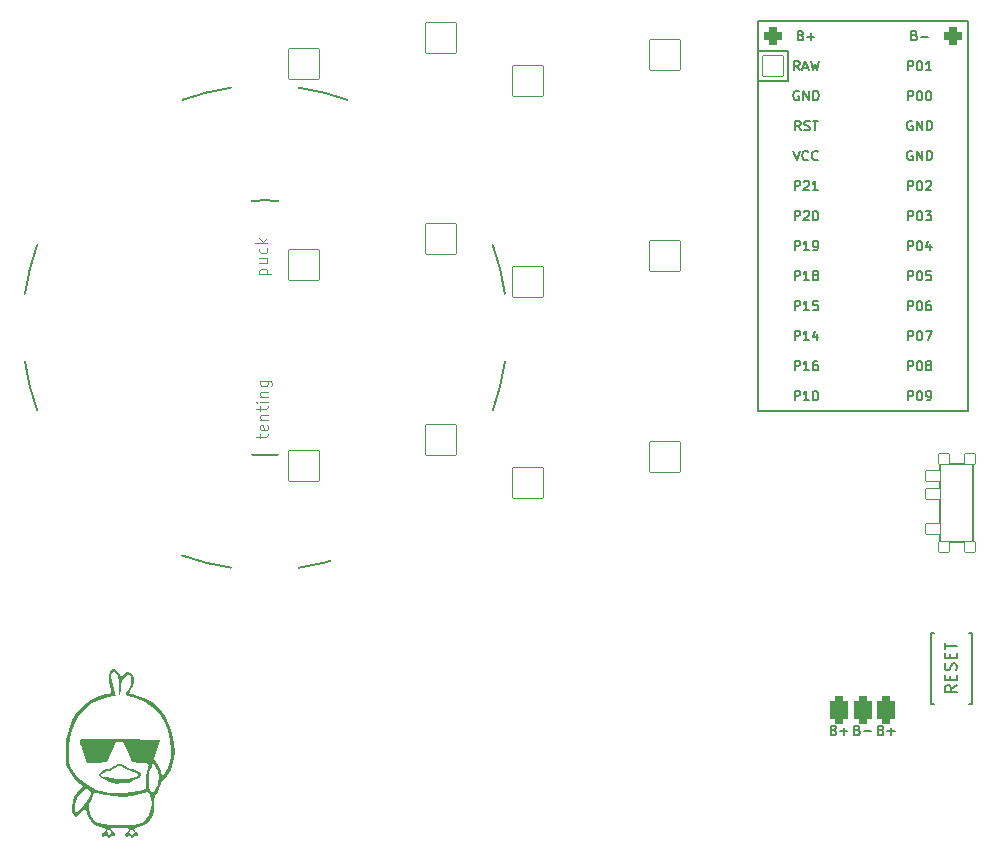
<source format=gto>
%TF.GenerationSoftware,KiCad,Pcbnew,(6.0.4-0)*%
%TF.CreationDate,2022-04-27T15:29:03+02:00*%
%TF.ProjectId,duck-shorter-thumb,6475636b-2d73-4686-9f72-7465722d7468,v1.0.0*%
%TF.SameCoordinates,Original*%
%TF.FileFunction,Legend,Top*%
%TF.FilePolarity,Positive*%
%FSLAX46Y46*%
G04 Gerber Fmt 4.6, Leading zero omitted, Abs format (unit mm)*
G04 Created by KiCad (PCBNEW (6.0.4-0)) date 2022-04-27 15:29:03*
%MOMM*%
%LPD*%
G01*
G04 APERTURE LIST*
G04 Aperture macros list*
%AMRoundRect*
0 Rectangle with rounded corners*
0 $1 Rounding radius*
0 $2 $3 $4 $5 $6 $7 $8 $9 X,Y pos of 4 corners*
0 Add a 4 corners polygon primitive as box body*
4,1,4,$2,$3,$4,$5,$6,$7,$8,$9,$2,$3,0*
0 Add four circle primitives for the rounded corners*
1,1,$1+$1,$2,$3*
1,1,$1+$1,$4,$5*
1,1,$1+$1,$6,$7*
1,1,$1+$1,$8,$9*
0 Add four rect primitives between the rounded corners*
20,1,$1+$1,$2,$3,$4,$5,0*
20,1,$1+$1,$4,$5,$6,$7,0*
20,1,$1+$1,$6,$7,$8,$9,0*
20,1,$1+$1,$8,$9,$2,$3,0*%
G04 Aperture macros list end*
%ADD10C,0.150000*%
%ADD11C,0.100000*%
%ADD12C,0.200000*%
%ADD13RoundRect,0.375000X-0.375000X-0.750000X0.375000X-0.750000X0.375000X0.750000X-0.375000X0.750000X0*%
%ADD14C,2.000000*%
%ADD15R,1.752600X1.752600*%
%ADD16C,1.752600*%
%ADD17RoundRect,0.375000X-0.375000X-0.375000X0.375000X-0.375000X0.375000X0.375000X-0.375000X0.375000X0*%
%ADD18RoundRect,0.050000X-0.450000X0.450000X-0.450000X-0.450000X0.450000X-0.450000X0.450000X0.450000X0*%
%ADD19RoundRect,0.050000X-0.625000X0.450000X-0.625000X-0.450000X0.625000X-0.450000X0.625000X0.450000X0*%
%ADD20RoundRect,0.425000X-0.375000X-0.750000X0.375000X-0.750000X0.375000X0.750000X-0.375000X0.750000X0*%
%ADD21C,2.100000*%
%ADD22C,3.100000*%
%ADD23C,1.801800*%
%ADD24C,3.529000*%
%ADD25RoundRect,0.050000X-1.054507X-1.505993X1.505993X-1.054507X1.054507X1.505993X-1.505993X1.054507X0*%
%ADD26C,2.132000*%
%ADD27RoundRect,0.050000X-1.181751X-1.408356X1.408356X-1.181751X1.181751X1.408356X-1.408356X1.181751X0*%
%ADD28RoundRect,0.050000X-1.300000X-1.300000X1.300000X-1.300000X1.300000X1.300000X-1.300000X1.300000X0*%
%ADD29RoundRect,0.050000X-1.775833X-0.475833X0.475833X-1.775833X1.775833X0.475833X-0.475833X1.775833X0*%
%ADD30C,1.100000*%
%ADD31RoundRect,0.050000X-0.863113X-1.623279X1.623279X-0.863113X0.863113X1.623279X-1.623279X0.863113X0*%
%ADD32RoundRect,0.050000X-1.592168X-0.919239X0.919239X-1.592168X1.592168X0.919239X-0.919239X1.592168X0*%
%ADD33RoundRect,0.050000X-0.876300X0.876300X-0.876300X-0.876300X0.876300X-0.876300X0.876300X0.876300X0*%
%ADD34C,1.852600*%
%ADD35RoundRect,0.425000X-0.375000X-0.375000X0.375000X-0.375000X0.375000X0.375000X-0.375000X0.375000X0*%
%ADD36C,4.500000*%
G04 APERTURE END LIST*
D10*
%TO.C,PAD1*%
X153972991Y54073625D02*
X154087277Y54035530D01*
X154125372Y53997435D01*
X154163467Y53921244D01*
X154163467Y53806959D01*
X154125372Y53730768D01*
X154087277Y53692673D01*
X154011087Y53654578D01*
X153706325Y53654578D01*
X153706325Y54454578D01*
X153972991Y54454578D01*
X154049182Y54416483D01*
X154087277Y54378387D01*
X154125372Y54302197D01*
X154125372Y54226006D01*
X154087277Y54149816D01*
X154049182Y54111721D01*
X153972991Y54073625D01*
X153706325Y54073625D01*
X154506325Y53959340D02*
X155115848Y53959340D01*
X151972991Y54073625D02*
X152087277Y54035530D01*
X152125372Y53997435D01*
X152163467Y53921244D01*
X152163467Y53806959D01*
X152125372Y53730768D01*
X152087277Y53692673D01*
X152011087Y53654578D01*
X151706325Y53654578D01*
X151706325Y54454578D01*
X151972991Y54454578D01*
X152049182Y54416483D01*
X152087277Y54378387D01*
X152125372Y54302197D01*
X152125372Y54226006D01*
X152087277Y54149816D01*
X152049182Y54111721D01*
X151972991Y54073625D01*
X151706325Y54073625D01*
X152506325Y53959340D02*
X153115848Y53959340D01*
X152811087Y53654578D02*
X152811087Y54264102D01*
X155972991Y54073625D02*
X156087277Y54035530D01*
X156125372Y53997435D01*
X156163467Y53921244D01*
X156163467Y53806959D01*
X156125372Y53730768D01*
X156087277Y53692673D01*
X156011087Y53654578D01*
X155706325Y53654578D01*
X155706325Y54454578D01*
X155972991Y54454578D01*
X156049182Y54416483D01*
X156087277Y54378387D01*
X156125372Y54302197D01*
X156125372Y54226006D01*
X156087277Y54149816D01*
X156049182Y54111721D01*
X155972991Y54073625D01*
X155706325Y54073625D01*
X156506325Y53959340D02*
X157115848Y53959340D01*
X156811087Y53654578D02*
X156811087Y54264102D01*
%TO.C,B1*%
X162363467Y57864102D02*
X161887277Y57530768D01*
X162363467Y57292673D02*
X161363467Y57292673D01*
X161363467Y57673625D01*
X161411087Y57768863D01*
X161458706Y57816483D01*
X161553944Y57864102D01*
X161696801Y57864102D01*
X161792039Y57816483D01*
X161839658Y57768863D01*
X161887277Y57673625D01*
X161887277Y57292673D01*
X161839658Y58292673D02*
X161839658Y58626006D01*
X162363467Y58768863D02*
X162363467Y58292673D01*
X161363467Y58292673D01*
X161363467Y58768863D01*
X162315848Y59149816D02*
X162363467Y59292673D01*
X162363467Y59530768D01*
X162315848Y59626006D01*
X162268229Y59673625D01*
X162172991Y59721244D01*
X162077753Y59721244D01*
X161982515Y59673625D01*
X161934896Y59626006D01*
X161887277Y59530768D01*
X161839658Y59340292D01*
X161792039Y59245054D01*
X161744420Y59197435D01*
X161649182Y59149816D01*
X161553944Y59149816D01*
X161458706Y59197435D01*
X161411087Y59245054D01*
X161363467Y59340292D01*
X161363467Y59578387D01*
X161411087Y59721244D01*
X161839658Y60149816D02*
X161839658Y60483149D01*
X162363467Y60626006D02*
X162363467Y60149816D01*
X161363467Y60149816D01*
X161363467Y60626006D01*
X161363467Y60911721D02*
X161363467Y61483149D01*
X162363467Y61197435D02*
X161363467Y61197435D01*
%TO.C,MCU1*%
X158239658Y84524578D02*
X158239658Y85324578D01*
X158544420Y85324578D01*
X158620610Y85286483D01*
X158658706Y85248387D01*
X158696801Y85172197D01*
X158696801Y85057911D01*
X158658706Y84981721D01*
X158620610Y84943625D01*
X158544420Y84905530D01*
X158239658Y84905530D01*
X159192039Y85324578D02*
X159268229Y85324578D01*
X159344420Y85286483D01*
X159382515Y85248387D01*
X159420610Y85172197D01*
X159458706Y85019816D01*
X159458706Y84829340D01*
X159420610Y84676959D01*
X159382515Y84600768D01*
X159344420Y84562673D01*
X159268229Y84524578D01*
X159192039Y84524578D01*
X159115848Y84562673D01*
X159077753Y84600768D01*
X159039658Y84676959D01*
X159001563Y84829340D01*
X159001563Y85019816D01*
X159039658Y85172197D01*
X159077753Y85248387D01*
X159115848Y85286483D01*
X159192039Y85324578D01*
X159915848Y84981721D02*
X159839658Y85019816D01*
X159801563Y85057911D01*
X159763467Y85134102D01*
X159763467Y85172197D01*
X159801563Y85248387D01*
X159839658Y85286483D01*
X159915848Y85324578D01*
X160068229Y85324578D01*
X160144420Y85286483D01*
X160182515Y85248387D01*
X160220610Y85172197D01*
X160220610Y85134102D01*
X160182515Y85057911D01*
X160144420Y85019816D01*
X160068229Y84981721D01*
X159915848Y84981721D01*
X159839658Y84943625D01*
X159801563Y84905530D01*
X159763467Y84829340D01*
X159763467Y84676959D01*
X159801563Y84600768D01*
X159839658Y84562673D01*
X159915848Y84524578D01*
X160068229Y84524578D01*
X160144420Y84562673D01*
X160182515Y84600768D01*
X160220610Y84676959D01*
X160220610Y84829340D01*
X160182515Y84905530D01*
X160144420Y84943625D01*
X160068229Y84981721D01*
X158239658Y109924578D02*
X158239658Y110724578D01*
X158544420Y110724578D01*
X158620610Y110686483D01*
X158658706Y110648387D01*
X158696801Y110572197D01*
X158696801Y110457911D01*
X158658706Y110381721D01*
X158620610Y110343625D01*
X158544420Y110305530D01*
X158239658Y110305530D01*
X159192039Y110724578D02*
X159268229Y110724578D01*
X159344420Y110686483D01*
X159382515Y110648387D01*
X159420610Y110572197D01*
X159458706Y110419816D01*
X159458706Y110229340D01*
X159420610Y110076959D01*
X159382515Y110000768D01*
X159344420Y109962673D01*
X159268229Y109924578D01*
X159192039Y109924578D01*
X159115848Y109962673D01*
X159077753Y110000768D01*
X159039658Y110076959D01*
X159001563Y110229340D01*
X159001563Y110419816D01*
X159039658Y110572197D01*
X159077753Y110648387D01*
X159115848Y110686483D01*
X159192039Y110724578D01*
X160220610Y109924578D02*
X159763467Y109924578D01*
X159992039Y109924578D02*
X159992039Y110724578D01*
X159915848Y110610292D01*
X159839658Y110534102D01*
X159763467Y110496006D01*
X148639658Y99764578D02*
X148639658Y100564578D01*
X148944420Y100564578D01*
X149020610Y100526483D01*
X149058706Y100488387D01*
X149096801Y100412197D01*
X149096801Y100297911D01*
X149058706Y100221721D01*
X149020610Y100183625D01*
X148944420Y100145530D01*
X148639658Y100145530D01*
X149401563Y100488387D02*
X149439658Y100526483D01*
X149515848Y100564578D01*
X149706325Y100564578D01*
X149782515Y100526483D01*
X149820610Y100488387D01*
X149858706Y100412197D01*
X149858706Y100336006D01*
X149820610Y100221721D01*
X149363467Y99764578D01*
X149858706Y99764578D01*
X150620610Y99764578D02*
X150163467Y99764578D01*
X150392039Y99764578D02*
X150392039Y100564578D01*
X150315848Y100450292D01*
X150239658Y100374102D01*
X150163467Y100336006D01*
X148639658Y87064578D02*
X148639658Y87864578D01*
X148944420Y87864578D01*
X149020610Y87826483D01*
X149058706Y87788387D01*
X149096801Y87712197D01*
X149096801Y87597911D01*
X149058706Y87521721D01*
X149020610Y87483625D01*
X148944420Y87445530D01*
X148639658Y87445530D01*
X149858706Y87064578D02*
X149401563Y87064578D01*
X149630134Y87064578D02*
X149630134Y87864578D01*
X149553944Y87750292D01*
X149477753Y87674102D01*
X149401563Y87636006D01*
X150544420Y87597911D02*
X150544420Y87064578D01*
X150353944Y87902673D02*
X150163467Y87331244D01*
X150658706Y87331244D01*
X149172991Y112883625D02*
X149287277Y112845530D01*
X149325372Y112807435D01*
X149363467Y112731244D01*
X149363467Y112616959D01*
X149325372Y112540768D01*
X149287277Y112502673D01*
X149211087Y112464578D01*
X148906325Y112464578D01*
X148906325Y113264578D01*
X149172991Y113264578D01*
X149249182Y113226483D01*
X149287277Y113188387D01*
X149325372Y113112197D01*
X149325372Y113036006D01*
X149287277Y112959816D01*
X149249182Y112921721D01*
X149172991Y112883625D01*
X148906325Y112883625D01*
X149706325Y112769340D02*
X150315848Y112769340D01*
X150011087Y112464578D02*
X150011087Y113074102D01*
X148639658Y97224578D02*
X148639658Y98024578D01*
X148944420Y98024578D01*
X149020610Y97986483D01*
X149058706Y97948387D01*
X149096801Y97872197D01*
X149096801Y97757911D01*
X149058706Y97681721D01*
X149020610Y97643625D01*
X148944420Y97605530D01*
X148639658Y97605530D01*
X149401563Y97948387D02*
X149439658Y97986483D01*
X149515848Y98024578D01*
X149706325Y98024578D01*
X149782515Y97986483D01*
X149820610Y97948387D01*
X149858706Y97872197D01*
X149858706Y97796006D01*
X149820610Y97681721D01*
X149363467Y97224578D01*
X149858706Y97224578D01*
X150353944Y98024578D02*
X150430134Y98024578D01*
X150506325Y97986483D01*
X150544420Y97948387D01*
X150582515Y97872197D01*
X150620610Y97719816D01*
X150620610Y97529340D01*
X150582515Y97376959D01*
X150544420Y97300768D01*
X150506325Y97262673D01*
X150430134Y97224578D01*
X150353944Y97224578D01*
X150277753Y97262673D01*
X150239658Y97300768D01*
X150201563Y97376959D01*
X150163467Y97529340D01*
X150163467Y97719816D01*
X150201563Y97872197D01*
X150239658Y97948387D01*
X150277753Y97986483D01*
X150353944Y98024578D01*
X158239658Y81984578D02*
X158239658Y82784578D01*
X158544420Y82784578D01*
X158620610Y82746483D01*
X158658706Y82708387D01*
X158696801Y82632197D01*
X158696801Y82517911D01*
X158658706Y82441721D01*
X158620610Y82403625D01*
X158544420Y82365530D01*
X158239658Y82365530D01*
X159192039Y82784578D02*
X159268229Y82784578D01*
X159344420Y82746483D01*
X159382515Y82708387D01*
X159420610Y82632197D01*
X159458706Y82479816D01*
X159458706Y82289340D01*
X159420610Y82136959D01*
X159382515Y82060768D01*
X159344420Y82022673D01*
X159268229Y81984578D01*
X159192039Y81984578D01*
X159115848Y82022673D01*
X159077753Y82060768D01*
X159039658Y82136959D01*
X159001563Y82289340D01*
X159001563Y82479816D01*
X159039658Y82632197D01*
X159077753Y82708387D01*
X159115848Y82746483D01*
X159192039Y82784578D01*
X159839658Y81984578D02*
X159992039Y81984578D01*
X160068229Y82022673D01*
X160106325Y82060768D01*
X160182515Y82175054D01*
X160220610Y82327435D01*
X160220610Y82632197D01*
X160182515Y82708387D01*
X160144420Y82746483D01*
X160068229Y82784578D01*
X159915848Y82784578D01*
X159839658Y82746483D01*
X159801563Y82708387D01*
X159763467Y82632197D01*
X159763467Y82441721D01*
X159801563Y82365530D01*
X159839658Y82327435D01*
X159915848Y82289340D01*
X160068229Y82289340D01*
X160144420Y82327435D01*
X160182515Y82365530D01*
X160220610Y82441721D01*
X148639658Y84524578D02*
X148639658Y85324578D01*
X148944420Y85324578D01*
X149020610Y85286483D01*
X149058706Y85248387D01*
X149096801Y85172197D01*
X149096801Y85057911D01*
X149058706Y84981721D01*
X149020610Y84943625D01*
X148944420Y84905530D01*
X148639658Y84905530D01*
X149858706Y84524578D02*
X149401563Y84524578D01*
X149630134Y84524578D02*
X149630134Y85324578D01*
X149553944Y85210292D01*
X149477753Y85134102D01*
X149401563Y85096006D01*
X150544420Y85324578D02*
X150392039Y85324578D01*
X150315848Y85286483D01*
X150277753Y85248387D01*
X150201563Y85134102D01*
X150163467Y84981721D01*
X150163467Y84676959D01*
X150201563Y84600768D01*
X150239658Y84562673D01*
X150315848Y84524578D01*
X150468229Y84524578D01*
X150544420Y84562673D01*
X150582515Y84600768D01*
X150620610Y84676959D01*
X150620610Y84867435D01*
X150582515Y84943625D01*
X150544420Y84981721D01*
X150468229Y85019816D01*
X150315848Y85019816D01*
X150239658Y84981721D01*
X150201563Y84943625D01*
X150163467Y84867435D01*
X149172991Y104844578D02*
X148906325Y105225530D01*
X148715848Y104844578D02*
X148715848Y105644578D01*
X149020610Y105644578D01*
X149096801Y105606483D01*
X149134896Y105568387D01*
X149172991Y105492197D01*
X149172991Y105377911D01*
X149134896Y105301721D01*
X149096801Y105263625D01*
X149020610Y105225530D01*
X148715848Y105225530D01*
X149477753Y104882673D02*
X149592039Y104844578D01*
X149782515Y104844578D01*
X149858706Y104882673D01*
X149896801Y104920768D01*
X149934896Y104996959D01*
X149934896Y105073149D01*
X149896801Y105149340D01*
X149858706Y105187435D01*
X149782515Y105225530D01*
X149630134Y105263625D01*
X149553944Y105301721D01*
X149515848Y105339816D01*
X149477753Y105416006D01*
X149477753Y105492197D01*
X149515848Y105568387D01*
X149553944Y105606483D01*
X149630134Y105644578D01*
X149820610Y105644578D01*
X149934896Y105606483D01*
X150163467Y105644578D02*
X150620610Y105644578D01*
X150392039Y104844578D02*
X150392039Y105644578D01*
X158239658Y99764578D02*
X158239658Y100564578D01*
X158544420Y100564578D01*
X158620610Y100526483D01*
X158658706Y100488387D01*
X158696801Y100412197D01*
X158696801Y100297911D01*
X158658706Y100221721D01*
X158620610Y100183625D01*
X158544420Y100145530D01*
X158239658Y100145530D01*
X159192039Y100564578D02*
X159268229Y100564578D01*
X159344420Y100526483D01*
X159382515Y100488387D01*
X159420610Y100412197D01*
X159458706Y100259816D01*
X159458706Y100069340D01*
X159420610Y99916959D01*
X159382515Y99840768D01*
X159344420Y99802673D01*
X159268229Y99764578D01*
X159192039Y99764578D01*
X159115848Y99802673D01*
X159077753Y99840768D01*
X159039658Y99916959D01*
X159001563Y100069340D01*
X159001563Y100259816D01*
X159039658Y100412197D01*
X159077753Y100488387D01*
X159115848Y100526483D01*
X159192039Y100564578D01*
X159763467Y100488387D02*
X159801563Y100526483D01*
X159877753Y100564578D01*
X160068229Y100564578D01*
X160144420Y100526483D01*
X160182515Y100488387D01*
X160220610Y100412197D01*
X160220610Y100336006D01*
X160182515Y100221721D01*
X159725372Y99764578D01*
X160220610Y99764578D01*
X148639658Y92144578D02*
X148639658Y92944578D01*
X148944420Y92944578D01*
X149020610Y92906483D01*
X149058706Y92868387D01*
X149096801Y92792197D01*
X149096801Y92677911D01*
X149058706Y92601721D01*
X149020610Y92563625D01*
X148944420Y92525530D01*
X148639658Y92525530D01*
X149858706Y92144578D02*
X149401563Y92144578D01*
X149630134Y92144578D02*
X149630134Y92944578D01*
X149553944Y92830292D01*
X149477753Y92754102D01*
X149401563Y92716006D01*
X150315848Y92601721D02*
X150239658Y92639816D01*
X150201563Y92677911D01*
X150163467Y92754102D01*
X150163467Y92792197D01*
X150201563Y92868387D01*
X150239658Y92906483D01*
X150315848Y92944578D01*
X150468229Y92944578D01*
X150544420Y92906483D01*
X150582515Y92868387D01*
X150620610Y92792197D01*
X150620610Y92754102D01*
X150582515Y92677911D01*
X150544420Y92639816D01*
X150468229Y92601721D01*
X150315848Y92601721D01*
X150239658Y92563625D01*
X150201563Y92525530D01*
X150163467Y92449340D01*
X150163467Y92296959D01*
X150201563Y92220768D01*
X150239658Y92182673D01*
X150315848Y92144578D01*
X150468229Y92144578D01*
X150544420Y92182673D01*
X150582515Y92220768D01*
X150620610Y92296959D01*
X150620610Y92449340D01*
X150582515Y92525530D01*
X150544420Y92563625D01*
X150468229Y92601721D01*
X148639658Y81984578D02*
X148639658Y82784578D01*
X148944420Y82784578D01*
X149020610Y82746483D01*
X149058706Y82708387D01*
X149096801Y82632197D01*
X149096801Y82517911D01*
X149058706Y82441721D01*
X149020610Y82403625D01*
X148944420Y82365530D01*
X148639658Y82365530D01*
X149858706Y81984578D02*
X149401563Y81984578D01*
X149630134Y81984578D02*
X149630134Y82784578D01*
X149553944Y82670292D01*
X149477753Y82594102D01*
X149401563Y82556006D01*
X150353944Y82784578D02*
X150430134Y82784578D01*
X150506325Y82746483D01*
X150544420Y82708387D01*
X150582515Y82632197D01*
X150620610Y82479816D01*
X150620610Y82289340D01*
X150582515Y82136959D01*
X150544420Y82060768D01*
X150506325Y82022673D01*
X150430134Y81984578D01*
X150353944Y81984578D01*
X150277753Y82022673D01*
X150239658Y82060768D01*
X150201563Y82136959D01*
X150163467Y82289340D01*
X150163467Y82479816D01*
X150201563Y82632197D01*
X150239658Y82708387D01*
X150277753Y82746483D01*
X150353944Y82784578D01*
X158601563Y103066483D02*
X158525372Y103104578D01*
X158411087Y103104578D01*
X158296801Y103066483D01*
X158220610Y102990292D01*
X158182515Y102914102D01*
X158144420Y102761721D01*
X158144420Y102647435D01*
X158182515Y102495054D01*
X158220610Y102418863D01*
X158296801Y102342673D01*
X158411087Y102304578D01*
X158487277Y102304578D01*
X158601563Y102342673D01*
X158639658Y102380768D01*
X158639658Y102647435D01*
X158487277Y102647435D01*
X158982515Y102304578D02*
X158982515Y103104578D01*
X159439658Y102304578D01*
X159439658Y103104578D01*
X159820610Y102304578D02*
X159820610Y103104578D01*
X160011087Y103104578D01*
X160125372Y103066483D01*
X160201563Y102990292D01*
X160239658Y102914102D01*
X160277753Y102761721D01*
X160277753Y102647435D01*
X160239658Y102495054D01*
X160201563Y102418863D01*
X160125372Y102342673D01*
X160011087Y102304578D01*
X159820610Y102304578D01*
X158239658Y107384578D02*
X158239658Y108184578D01*
X158544420Y108184578D01*
X158620610Y108146483D01*
X158658706Y108108387D01*
X158696801Y108032197D01*
X158696801Y107917911D01*
X158658706Y107841721D01*
X158620610Y107803625D01*
X158544420Y107765530D01*
X158239658Y107765530D01*
X159192039Y108184578D02*
X159268229Y108184578D01*
X159344420Y108146483D01*
X159382515Y108108387D01*
X159420610Y108032197D01*
X159458706Y107879816D01*
X159458706Y107689340D01*
X159420610Y107536959D01*
X159382515Y107460768D01*
X159344420Y107422673D01*
X159268229Y107384578D01*
X159192039Y107384578D01*
X159115848Y107422673D01*
X159077753Y107460768D01*
X159039658Y107536959D01*
X159001563Y107689340D01*
X159001563Y107879816D01*
X159039658Y108032197D01*
X159077753Y108108387D01*
X159115848Y108146483D01*
X159192039Y108184578D01*
X159953944Y108184578D02*
X160030134Y108184578D01*
X160106325Y108146483D01*
X160144420Y108108387D01*
X160182515Y108032197D01*
X160220610Y107879816D01*
X160220610Y107689340D01*
X160182515Y107536959D01*
X160144420Y107460768D01*
X160106325Y107422673D01*
X160030134Y107384578D01*
X159953944Y107384578D01*
X159877753Y107422673D01*
X159839658Y107460768D01*
X159801563Y107536959D01*
X159763467Y107689340D01*
X159763467Y107879816D01*
X159801563Y108032197D01*
X159839658Y108108387D01*
X159877753Y108146483D01*
X159953944Y108184578D01*
X149058706Y109924578D02*
X148792039Y110305530D01*
X148601563Y109924578D02*
X148601563Y110724578D01*
X148906325Y110724578D01*
X148982515Y110686483D01*
X149020610Y110648387D01*
X149058706Y110572197D01*
X149058706Y110457911D01*
X149020610Y110381721D01*
X148982515Y110343625D01*
X148906325Y110305530D01*
X148601563Y110305530D01*
X149363467Y110153149D02*
X149744420Y110153149D01*
X149287277Y109924578D02*
X149553944Y110724578D01*
X149820610Y109924578D01*
X150011087Y110724578D02*
X150201563Y109924578D01*
X150353944Y110496006D01*
X150506325Y109924578D01*
X150696801Y110724578D01*
X158239658Y97224578D02*
X158239658Y98024578D01*
X158544420Y98024578D01*
X158620610Y97986483D01*
X158658706Y97948387D01*
X158696801Y97872197D01*
X158696801Y97757911D01*
X158658706Y97681721D01*
X158620610Y97643625D01*
X158544420Y97605530D01*
X158239658Y97605530D01*
X159192039Y98024578D02*
X159268229Y98024578D01*
X159344420Y97986483D01*
X159382515Y97948387D01*
X159420610Y97872197D01*
X159458706Y97719816D01*
X159458706Y97529340D01*
X159420610Y97376959D01*
X159382515Y97300768D01*
X159344420Y97262673D01*
X159268229Y97224578D01*
X159192039Y97224578D01*
X159115848Y97262673D01*
X159077753Y97300768D01*
X159039658Y97376959D01*
X159001563Y97529340D01*
X159001563Y97719816D01*
X159039658Y97872197D01*
X159077753Y97948387D01*
X159115848Y97986483D01*
X159192039Y98024578D01*
X159725372Y98024578D02*
X160220610Y98024578D01*
X159953944Y97719816D01*
X160068229Y97719816D01*
X160144420Y97681721D01*
X160182515Y97643625D01*
X160220610Y97567435D01*
X160220610Y97376959D01*
X160182515Y97300768D01*
X160144420Y97262673D01*
X160068229Y97224578D01*
X159839658Y97224578D01*
X159763467Y97262673D01*
X159725372Y97300768D01*
X158601563Y105606483D02*
X158525372Y105644578D01*
X158411087Y105644578D01*
X158296801Y105606483D01*
X158220610Y105530292D01*
X158182515Y105454102D01*
X158144420Y105301721D01*
X158144420Y105187435D01*
X158182515Y105035054D01*
X158220610Y104958863D01*
X158296801Y104882673D01*
X158411087Y104844578D01*
X158487277Y104844578D01*
X158601563Y104882673D01*
X158639658Y104920768D01*
X158639658Y105187435D01*
X158487277Y105187435D01*
X158982515Y104844578D02*
X158982515Y105644578D01*
X159439658Y104844578D01*
X159439658Y105644578D01*
X159820610Y104844578D02*
X159820610Y105644578D01*
X160011087Y105644578D01*
X160125372Y105606483D01*
X160201563Y105530292D01*
X160239658Y105454102D01*
X160277753Y105301721D01*
X160277753Y105187435D01*
X160239658Y105035054D01*
X160201563Y104958863D01*
X160125372Y104882673D01*
X160011087Y104844578D01*
X159820610Y104844578D01*
X158239658Y87064578D02*
X158239658Y87864578D01*
X158544420Y87864578D01*
X158620610Y87826483D01*
X158658706Y87788387D01*
X158696801Y87712197D01*
X158696801Y87597911D01*
X158658706Y87521721D01*
X158620610Y87483625D01*
X158544420Y87445530D01*
X158239658Y87445530D01*
X159192039Y87864578D02*
X159268229Y87864578D01*
X159344420Y87826483D01*
X159382515Y87788387D01*
X159420610Y87712197D01*
X159458706Y87559816D01*
X159458706Y87369340D01*
X159420610Y87216959D01*
X159382515Y87140768D01*
X159344420Y87102673D01*
X159268229Y87064578D01*
X159192039Y87064578D01*
X159115848Y87102673D01*
X159077753Y87140768D01*
X159039658Y87216959D01*
X159001563Y87369340D01*
X159001563Y87559816D01*
X159039658Y87712197D01*
X159077753Y87788387D01*
X159115848Y87826483D01*
X159192039Y87864578D01*
X159725372Y87864578D02*
X160258706Y87864578D01*
X159915848Y87064578D01*
X148639658Y94684578D02*
X148639658Y95484578D01*
X148944420Y95484578D01*
X149020610Y95446483D01*
X149058706Y95408387D01*
X149096801Y95332197D01*
X149096801Y95217911D01*
X149058706Y95141721D01*
X149020610Y95103625D01*
X148944420Y95065530D01*
X148639658Y95065530D01*
X149858706Y94684578D02*
X149401563Y94684578D01*
X149630134Y94684578D02*
X149630134Y95484578D01*
X149553944Y95370292D01*
X149477753Y95294102D01*
X149401563Y95256006D01*
X150239658Y94684578D02*
X150392039Y94684578D01*
X150468229Y94722673D01*
X150506325Y94760768D01*
X150582515Y94875054D01*
X150620610Y95027435D01*
X150620610Y95332197D01*
X150582515Y95408387D01*
X150544420Y95446483D01*
X150468229Y95484578D01*
X150315848Y95484578D01*
X150239658Y95446483D01*
X150201563Y95408387D01*
X150163467Y95332197D01*
X150163467Y95141721D01*
X150201563Y95065530D01*
X150239658Y95027435D01*
X150315848Y94989340D01*
X150468229Y94989340D01*
X150544420Y95027435D01*
X150582515Y95065530D01*
X150620610Y95141721D01*
X158239658Y94684578D02*
X158239658Y95484578D01*
X158544420Y95484578D01*
X158620610Y95446483D01*
X158658706Y95408387D01*
X158696801Y95332197D01*
X158696801Y95217911D01*
X158658706Y95141721D01*
X158620610Y95103625D01*
X158544420Y95065530D01*
X158239658Y95065530D01*
X159192039Y95484578D02*
X159268229Y95484578D01*
X159344420Y95446483D01*
X159382515Y95408387D01*
X159420610Y95332197D01*
X159458706Y95179816D01*
X159458706Y94989340D01*
X159420610Y94836959D01*
X159382515Y94760768D01*
X159344420Y94722673D01*
X159268229Y94684578D01*
X159192039Y94684578D01*
X159115848Y94722673D01*
X159077753Y94760768D01*
X159039658Y94836959D01*
X159001563Y94989340D01*
X159001563Y95179816D01*
X159039658Y95332197D01*
X159077753Y95408387D01*
X159115848Y95446483D01*
X159192039Y95484578D01*
X160144420Y95217911D02*
X160144420Y94684578D01*
X159953944Y95522673D02*
X159763467Y94951244D01*
X160258706Y94951244D01*
X158239658Y92144578D02*
X158239658Y92944578D01*
X158544420Y92944578D01*
X158620610Y92906483D01*
X158658706Y92868387D01*
X158696801Y92792197D01*
X158696801Y92677911D01*
X158658706Y92601721D01*
X158620610Y92563625D01*
X158544420Y92525530D01*
X158239658Y92525530D01*
X159192039Y92944578D02*
X159268229Y92944578D01*
X159344420Y92906483D01*
X159382515Y92868387D01*
X159420610Y92792197D01*
X159458706Y92639816D01*
X159458706Y92449340D01*
X159420610Y92296959D01*
X159382515Y92220768D01*
X159344420Y92182673D01*
X159268229Y92144578D01*
X159192039Y92144578D01*
X159115848Y92182673D01*
X159077753Y92220768D01*
X159039658Y92296959D01*
X159001563Y92449340D01*
X159001563Y92639816D01*
X159039658Y92792197D01*
X159077753Y92868387D01*
X159115848Y92906483D01*
X159192039Y92944578D01*
X160182515Y92944578D02*
X159801563Y92944578D01*
X159763467Y92563625D01*
X159801563Y92601721D01*
X159877753Y92639816D01*
X160068229Y92639816D01*
X160144420Y92601721D01*
X160182515Y92563625D01*
X160220610Y92487435D01*
X160220610Y92296959D01*
X160182515Y92220768D01*
X160144420Y92182673D01*
X160068229Y92144578D01*
X159877753Y92144578D01*
X159801563Y92182673D01*
X159763467Y92220768D01*
X149001563Y108146483D02*
X148925372Y108184578D01*
X148811087Y108184578D01*
X148696801Y108146483D01*
X148620610Y108070292D01*
X148582515Y107994102D01*
X148544420Y107841721D01*
X148544420Y107727435D01*
X148582515Y107575054D01*
X148620610Y107498863D01*
X148696801Y107422673D01*
X148811087Y107384578D01*
X148887277Y107384578D01*
X149001563Y107422673D01*
X149039658Y107460768D01*
X149039658Y107727435D01*
X148887277Y107727435D01*
X149382515Y107384578D02*
X149382515Y108184578D01*
X149839658Y107384578D01*
X149839658Y108184578D01*
X150220610Y107384578D02*
X150220610Y108184578D01*
X150411087Y108184578D01*
X150525372Y108146483D01*
X150601563Y108070292D01*
X150639658Y107994102D01*
X150677753Y107841721D01*
X150677753Y107727435D01*
X150639658Y107575054D01*
X150601563Y107498863D01*
X150525372Y107422673D01*
X150411087Y107384578D01*
X150220610Y107384578D01*
X158772991Y112883625D02*
X158887277Y112845530D01*
X158925372Y112807435D01*
X158963467Y112731244D01*
X158963467Y112616959D01*
X158925372Y112540768D01*
X158887277Y112502673D01*
X158811087Y112464578D01*
X158506325Y112464578D01*
X158506325Y113264578D01*
X158772991Y113264578D01*
X158849182Y113226483D01*
X158887277Y113188387D01*
X158925372Y113112197D01*
X158925372Y113036006D01*
X158887277Y112959816D01*
X158849182Y112921721D01*
X158772991Y112883625D01*
X158506325Y112883625D01*
X159306325Y112769340D02*
X159915848Y112769340D01*
X148639658Y89604578D02*
X148639658Y90404578D01*
X148944420Y90404578D01*
X149020610Y90366483D01*
X149058706Y90328387D01*
X149096801Y90252197D01*
X149096801Y90137911D01*
X149058706Y90061721D01*
X149020610Y90023625D01*
X148944420Y89985530D01*
X148639658Y89985530D01*
X149858706Y89604578D02*
X149401563Y89604578D01*
X149630134Y89604578D02*
X149630134Y90404578D01*
X149553944Y90290292D01*
X149477753Y90214102D01*
X149401563Y90176006D01*
X150582515Y90404578D02*
X150201563Y90404578D01*
X150163467Y90023625D01*
X150201563Y90061721D01*
X150277753Y90099816D01*
X150468229Y90099816D01*
X150544420Y90061721D01*
X150582515Y90023625D01*
X150620610Y89947435D01*
X150620610Y89756959D01*
X150582515Y89680768D01*
X150544420Y89642673D01*
X150468229Y89604578D01*
X150277753Y89604578D01*
X150201563Y89642673D01*
X150163467Y89680768D01*
X158239658Y89604578D02*
X158239658Y90404578D01*
X158544420Y90404578D01*
X158620610Y90366483D01*
X158658706Y90328387D01*
X158696801Y90252197D01*
X158696801Y90137911D01*
X158658706Y90061721D01*
X158620610Y90023625D01*
X158544420Y89985530D01*
X158239658Y89985530D01*
X159192039Y90404578D02*
X159268229Y90404578D01*
X159344420Y90366483D01*
X159382515Y90328387D01*
X159420610Y90252197D01*
X159458706Y90099816D01*
X159458706Y89909340D01*
X159420610Y89756959D01*
X159382515Y89680768D01*
X159344420Y89642673D01*
X159268229Y89604578D01*
X159192039Y89604578D01*
X159115848Y89642673D01*
X159077753Y89680768D01*
X159039658Y89756959D01*
X159001563Y89909340D01*
X159001563Y90099816D01*
X159039658Y90252197D01*
X159077753Y90328387D01*
X159115848Y90366483D01*
X159192039Y90404578D01*
X160144420Y90404578D02*
X159992039Y90404578D01*
X159915848Y90366483D01*
X159877753Y90328387D01*
X159801563Y90214102D01*
X159763467Y90061721D01*
X159763467Y89756959D01*
X159801563Y89680768D01*
X159839658Y89642673D01*
X159915848Y89604578D01*
X160068229Y89604578D01*
X160144420Y89642673D01*
X160182515Y89680768D01*
X160220610Y89756959D01*
X160220610Y89947435D01*
X160182515Y90023625D01*
X160144420Y90061721D01*
X160068229Y90099816D01*
X159915848Y90099816D01*
X159839658Y90061721D01*
X159801563Y90023625D01*
X159763467Y89947435D01*
X148544420Y103104578D02*
X148811087Y102304578D01*
X149077753Y103104578D01*
X149801563Y102380768D02*
X149763467Y102342673D01*
X149649182Y102304578D01*
X149572991Y102304578D01*
X149458706Y102342673D01*
X149382515Y102418863D01*
X149344420Y102495054D01*
X149306325Y102647435D01*
X149306325Y102761721D01*
X149344420Y102914102D01*
X149382515Y102990292D01*
X149458706Y103066483D01*
X149572991Y103104578D01*
X149649182Y103104578D01*
X149763467Y103066483D01*
X149801563Y103028387D01*
X150601563Y102380768D02*
X150563467Y102342673D01*
X150449182Y102304578D01*
X150372991Y102304578D01*
X150258706Y102342673D01*
X150182515Y102418863D01*
X150144420Y102495054D01*
X150106325Y102647435D01*
X150106325Y102761721D01*
X150144420Y102914102D01*
X150182515Y102990292D01*
X150258706Y103066483D01*
X150372991Y103104578D01*
X150449182Y103104578D01*
X150563467Y103066483D01*
X150601563Y103028387D01*
D11*
%TO.C,REF\u002A\u002A*%
X103392434Y78783427D02*
X103392434Y79164379D01*
X103059100Y78926284D02*
X103916243Y78926284D01*
X104011481Y78973903D01*
X104059100Y79069141D01*
X104059100Y79164379D01*
X104011481Y79878665D02*
X104059100Y79783427D01*
X104059100Y79592950D01*
X104011481Y79497712D01*
X103916243Y79450093D01*
X103535291Y79450093D01*
X103440053Y79497712D01*
X103392434Y79592950D01*
X103392434Y79783427D01*
X103440053Y79878665D01*
X103535291Y79926284D01*
X103630529Y79926284D01*
X103725767Y79450093D01*
X103392434Y80354855D02*
X104059100Y80354855D01*
X103487672Y80354855D02*
X103440053Y80402474D01*
X103392434Y80497712D01*
X103392434Y80640569D01*
X103440053Y80735807D01*
X103535291Y80783427D01*
X104059100Y80783427D01*
X103392434Y81116760D02*
X103392434Y81497712D01*
X103059100Y81259617D02*
X103916243Y81259617D01*
X104011481Y81307236D01*
X104059100Y81402474D01*
X104059100Y81497712D01*
X104059100Y81831046D02*
X103392434Y81831046D01*
X103059100Y81831046D02*
X103106720Y81783427D01*
X103154339Y81831046D01*
X103106720Y81878665D01*
X103059100Y81831046D01*
X103154339Y81831046D01*
X103392434Y82307236D02*
X104059100Y82307236D01*
X103487672Y82307236D02*
X103440053Y82354855D01*
X103392434Y82450093D01*
X103392434Y82592950D01*
X103440053Y82688188D01*
X103535291Y82735807D01*
X104059100Y82735807D01*
X103392434Y83640569D02*
X104201958Y83640569D01*
X104297196Y83592950D01*
X104344815Y83545331D01*
X104392434Y83450093D01*
X104392434Y83307236D01*
X104344815Y83211998D01*
X104011481Y83640569D02*
X104059100Y83545331D01*
X104059100Y83354855D01*
X104011481Y83259617D01*
X103963862Y83211998D01*
X103868624Y83164379D01*
X103582910Y83164379D01*
X103487672Y83211998D01*
X103440053Y83259617D01*
X103392434Y83354855D01*
X103392434Y83545331D01*
X103440053Y83640569D01*
X103328934Y92673927D02*
X104328934Y92673927D01*
X103376553Y92673927D02*
X103328934Y92769165D01*
X103328934Y92959641D01*
X103376553Y93054879D01*
X103424172Y93102498D01*
X103519410Y93150117D01*
X103805124Y93150117D01*
X103900362Y93102498D01*
X103947981Y93054879D01*
X103995600Y92959641D01*
X103995600Y92769165D01*
X103947981Y92673927D01*
X103328934Y94007260D02*
X103995600Y94007260D01*
X103328934Y93578688D02*
X103852743Y93578688D01*
X103947981Y93626307D01*
X103995600Y93721546D01*
X103995600Y93864403D01*
X103947981Y93959641D01*
X103900362Y94007260D01*
X103947981Y94912022D02*
X103995600Y94816784D01*
X103995600Y94626307D01*
X103947981Y94531069D01*
X103900362Y94483450D01*
X103805124Y94435831D01*
X103519410Y94435831D01*
X103424172Y94483450D01*
X103376553Y94531069D01*
X103328934Y94626307D01*
X103328934Y94816784D01*
X103376553Y94912022D01*
X103995600Y95340593D02*
X102995600Y95340593D01*
X103614648Y95435831D02*
X103995600Y95721546D01*
X103328934Y95721546D02*
X103709886Y95340593D01*
D10*
%TO.C,T1*%
X163761087Y76616483D02*
X160911087Y76616483D01*
X163761087Y71366483D02*
X163761087Y75266483D01*
X160911087Y76616483D02*
X160911087Y70016483D01*
X163761087Y73316483D02*
X163761087Y70016483D01*
X160911087Y70016483D02*
X163761087Y70016483D01*
X163761087Y73316483D02*
X163761087Y76616483D01*
%TO.C,B1*%
X163661087Y62316483D02*
X163661087Y56316483D01*
X160161087Y62316483D02*
X160161087Y56316483D01*
X163661087Y56316483D02*
X163411087Y56316483D01*
X160161087Y62316483D02*
X160411087Y62316483D01*
X160161087Y56316483D02*
X160411087Y56316483D01*
X163661087Y62316483D02*
X163411087Y62316483D01*
%TO.C,G\u002A\u002A\u002A*%
G36*
X90504223Y49751706D02*
G01*
X90360500Y49821081D01*
X90027303Y49996498D01*
X89831844Y50134183D01*
X89751661Y50251266D01*
X89750891Y50257106D01*
X89927130Y50257106D01*
X89943555Y50236223D01*
X90123983Y50141363D01*
X90434248Y50063456D01*
X90835487Y50004850D01*
X91288834Y49967895D01*
X91755425Y49954937D01*
X92196396Y49968327D01*
X92572882Y50010411D01*
X92794667Y50063946D01*
X93022017Y50173540D01*
X93080717Y50288759D01*
X92971306Y50408302D01*
X92694325Y50530865D01*
X92586323Y50565696D01*
X92284810Y50675590D01*
X92027835Y50800634D01*
X91903533Y50886671D01*
X91641922Y51033650D01*
X91356867Y51016450D01*
X91129858Y50888931D01*
X90927029Y50770367D01*
X90639997Y50649272D01*
X90464646Y50591486D01*
X90134632Y50474542D01*
X89952352Y50360963D01*
X89927130Y50257106D01*
X89750891Y50257106D01*
X89746667Y50289127D01*
X89825767Y50476210D01*
X90040908Y50637187D01*
X90358845Y50750092D01*
X90478545Y50772737D01*
X90774681Y50861058D01*
X91055273Y51009006D01*
X91074517Y51022867D01*
X91372795Y51187960D01*
X91640192Y51197658D01*
X91914181Y51051487D01*
X91963440Y51011667D01*
X92175405Y50871562D01*
X92371921Y50800318D01*
X92398996Y50798141D01*
X92586597Y50762614D01*
X92842747Y50675334D01*
X92948908Y50630227D01*
X93179319Y50507134D01*
X93279479Y50393243D01*
X93287575Y50280900D01*
X93211718Y50103879D01*
X93133333Y50032217D01*
X92732004Y49831729D01*
X92425942Y49699662D01*
X92163688Y49619910D01*
X91893781Y49576367D01*
X91609333Y49555225D01*
X91273253Y49544050D01*
X91023142Y49563258D01*
X90789849Y49627570D01*
X90730230Y49653481D01*
X91294044Y49653481D01*
X91400418Y49640197D01*
X91524667Y49637727D01*
X91707788Y49644332D01*
X91758057Y49661218D01*
X91715167Y49674419D01*
X91468449Y49688426D01*
X91334167Y49674419D01*
X91294044Y49653481D01*
X90730230Y49653481D01*
X90578151Y49719576D01*
X90884055Y49719576D01*
X90967278Y49706018D01*
X91077092Y49721584D01*
X91078403Y49750486D01*
X90965086Y49770698D01*
X90916125Y49757170D01*
X90884055Y49719576D01*
X90578151Y49719576D01*
X90504223Y49751706D01*
G37*
G36*
X92117333Y45443312D02*
G01*
X92263540Y45592668D01*
X92286937Y45696462D01*
X92176013Y45761712D01*
X91919257Y45795436D01*
X91524667Y45804667D01*
X91189108Y45797310D01*
X90928943Y45777605D01*
X90781942Y45749097D01*
X90762667Y45733122D01*
X90819279Y45628613D01*
X90932000Y45508333D01*
X91067387Y45341165D01*
X91097233Y45206006D01*
X91020939Y45142079D01*
X90937468Y45150436D01*
X90780860Y45135602D01*
X90728458Y45075644D01*
X90626956Y44966823D01*
X90506213Y45001950D01*
X90455213Y45083450D01*
X90375086Y45163962D01*
X90251769Y45125783D01*
X90082939Y45052079D01*
X90012899Y45088285D01*
X90000667Y45211283D01*
X90041973Y45320075D01*
X90203036Y45320075D01*
X90297585Y45325425D01*
X90369279Y45371053D01*
X90469419Y45414172D01*
X90537204Y45313841D01*
X90549633Y45277285D01*
X90600603Y45154979D01*
X90637643Y45187625D01*
X90649945Y45228474D01*
X90744511Y45332391D01*
X90831471Y45326426D01*
X90903225Y45319653D01*
X90841630Y45394588D01*
X90794030Y45436952D01*
X90642885Y45597619D01*
X90567881Y45720000D01*
X90529843Y45792713D01*
X90515351Y45701812D01*
X90441743Y45550734D01*
X90332082Y45462119D01*
X90214426Y45373346D01*
X90203036Y45320075D01*
X90041973Y45320075D01*
X90067258Y45386672D01*
X90170000Y45485649D01*
X90314231Y45611711D01*
X90302263Y45718440D01*
X90129377Y45812245D01*
X89879139Y45880708D01*
X89425786Y46064981D01*
X89053769Y46382822D01*
X88790341Y46807333D01*
X88712954Y47031686D01*
X88611684Y47410324D01*
X88396009Y47273234D01*
X88181927Y47106204D01*
X87990153Y46914905D01*
X87799972Y46693667D01*
X87620558Y46905333D01*
X87489987Y47180241D01*
X87468718Y47442068D01*
X87715449Y47442068D01*
X87723017Y47216558D01*
X87760010Y47087971D01*
X87784186Y47074667D01*
X87876619Y47129176D01*
X88050418Y47271693D01*
X88223380Y47430221D01*
X88913529Y47430221D01*
X88995471Y47050475D01*
X89096746Y46813915D01*
X89274306Y46542178D01*
X89498130Y46333383D01*
X89789181Y46181432D01*
X90168419Y46080229D01*
X90656806Y46023676D01*
X91275303Y46005675D01*
X91846465Y46014059D01*
X92329045Y46030884D01*
X92680605Y46054516D01*
X92939454Y46090693D01*
X93143903Y46145150D01*
X93332260Y46223624D01*
X93370465Y46242256D01*
X93744166Y46517674D01*
X94016741Y46906486D01*
X94176145Y47378080D01*
X94210334Y47901843D01*
X94160774Y48251036D01*
X94075753Y48558916D01*
X93967551Y48736468D01*
X93801290Y48800246D01*
X93542091Y48766803D01*
X93250429Y48683080D01*
X92573775Y48528041D01*
X91817327Y48450520D01*
X91053416Y48453659D01*
X90354372Y48540603D01*
X90289216Y48554382D01*
X89955320Y48633483D01*
X89673665Y48709770D01*
X89495404Y48769158D01*
X89475053Y48778602D01*
X89373070Y48800658D01*
X89301327Y48712155D01*
X89243952Y48533628D01*
X89153901Y48276554D01*
X89046361Y48066821D01*
X89031424Y48045717D01*
X88924564Y47779890D01*
X88913529Y47430221D01*
X88223380Y47430221D01*
X88255671Y47459817D01*
X88486397Y47719169D01*
X88711054Y48035634D01*
X88901510Y48361811D01*
X89029632Y48650301D01*
X89068506Y48829326D01*
X89000946Y48935990D01*
X88835955Y49053534D01*
X88823387Y49060169D01*
X88675026Y49127257D01*
X88565215Y49124283D01*
X88442265Y49031678D01*
X88274978Y48852562D01*
X88069103Y48591777D01*
X87896154Y48317075D01*
X87843591Y48209213D01*
X87778306Y47987490D01*
X87734736Y47715410D01*
X87715449Y47442068D01*
X87468718Y47442068D01*
X87460447Y47543879D01*
X87522615Y47956541D01*
X87667167Y48378525D01*
X87884781Y48770123D01*
X88125115Y49054092D01*
X88381739Y49297850D01*
X87923244Y49716888D01*
X87446688Y50261863D01*
X87187541Y50699309D01*
X87067386Y50952507D01*
X86988325Y51160285D01*
X86941997Y51369785D01*
X86920039Y51628150D01*
X86914086Y51982525D01*
X86914616Y52237846D01*
X86917740Y52281667D01*
X87173941Y52281667D01*
X87177645Y51868489D01*
X87199067Y51568424D01*
X87247929Y51325438D01*
X87333950Y51083499D01*
X87413089Y50903122D01*
X87756549Y50342255D01*
X88241273Y49832535D01*
X88842364Y49392478D01*
X89534928Y49040600D01*
X90224057Y48812532D01*
X90703031Y48735128D01*
X91283559Y48707253D01*
X91906033Y48726463D01*
X92510848Y48790313D01*
X93038397Y48896360D01*
X93163484Y48933069D01*
X93743968Y49119020D01*
X93690540Y49557344D01*
X93699710Y50020552D01*
X93946126Y50020552D01*
X93947955Y49618011D01*
X93995413Y49257259D01*
X94088020Y48997211D01*
X94095379Y48985520D01*
X94248388Y48752000D01*
X94446529Y48938144D01*
X94586375Y49134049D01*
X94707202Y49410235D01*
X94742109Y49530457D01*
X94796966Y50086417D01*
X94704506Y50629602D01*
X94527926Y51023603D01*
X94404492Y51214714D01*
X94333452Y51273984D01*
X94286892Y51218654D01*
X94273091Y51181000D01*
X94199688Y50990303D01*
X94095487Y50746852D01*
X94081277Y50715333D01*
X93990407Y50405965D01*
X93946126Y50020552D01*
X93699710Y50020552D01*
X93702341Y50153477D01*
X93770827Y50461333D01*
X93882641Y50842247D01*
X93942490Y51087705D01*
X93932205Y51228177D01*
X93833619Y51294134D01*
X93628565Y51316045D01*
X93298875Y51324380D01*
X93255431Y51325736D01*
X92512433Y51350333D01*
X92165607Y52197000D01*
X91818780Y53043667D01*
X91158236Y53043667D01*
X90464488Y51350333D01*
X89612432Y51326369D01*
X88760375Y51302404D01*
X88405734Y52242808D01*
X88271724Y52617411D01*
X88170804Y52937387D01*
X88112950Y53168229D01*
X88107517Y53274508D01*
X88185857Y53298938D01*
X88391214Y53316614D01*
X88730688Y53327606D01*
X89211380Y53331980D01*
X89840392Y53329805D01*
X90624823Y53321149D01*
X91512865Y53307118D01*
X92248855Y53293386D01*
X92930622Y53279060D01*
X93539898Y53264643D01*
X94058411Y53250639D01*
X94467891Y53237554D01*
X94750069Y53225891D01*
X94886673Y53216156D01*
X94896531Y53213691D01*
X94884877Y53124433D01*
X94825520Y52911971D01*
X94729063Y52612082D01*
X94652253Y52389373D01*
X94373234Y51599797D01*
X94597976Y51375054D01*
X94759757Y51145386D01*
X94907376Y50817483D01*
X94965421Y50637039D01*
X95108123Y50123765D01*
X95320642Y50436515D01*
X95583258Y50893902D01*
X95747744Y51369611D01*
X95828402Y51916053D01*
X95842667Y52349453D01*
X95773481Y53257713D01*
X95572080Y54094405D01*
X95247700Y54846916D01*
X94809577Y55502637D01*
X94266947Y56048956D01*
X93629044Y56473262D01*
X92905106Y56762944D01*
X92548963Y56846916D01*
X92219663Y56923552D01*
X92048366Y57017781D01*
X92024088Y57157979D01*
X92135843Y57372524D01*
X92272666Y57560621D01*
X92450317Y57882479D01*
X92498333Y58218676D01*
X92464344Y58540138D01*
X92360472Y58709447D01*
X92183857Y58729953D01*
X92090704Y58696561D01*
X91876808Y58513086D01*
X91711105Y58198090D01*
X91608038Y57785990D01*
X91581499Y57483209D01*
X91562614Y57167336D01*
X91533268Y57009934D01*
X91499910Y57000986D01*
X91468985Y57130475D01*
X91446940Y57388386D01*
X91440000Y57703053D01*
X91414276Y58242946D01*
X91339024Y58646886D01*
X91217124Y58905839D01*
X91051455Y59010770D01*
X91022600Y59012667D01*
X90860751Y58938007D01*
X90799173Y58807926D01*
X90788571Y58589494D01*
X90824211Y58267712D01*
X90895828Y57898858D01*
X90993154Y57539207D01*
X91069243Y57327500D01*
X91140787Y57134187D01*
X91166370Y57022716D01*
X91164033Y57015145D01*
X91075540Y56987479D01*
X90863904Y56936566D01*
X90571978Y56872616D01*
X90521297Y56861985D01*
X89715140Y56623495D01*
X89027288Y56266115D01*
X88450076Y55784119D01*
X87975839Y55171778D01*
X87770649Y54806437D01*
X87464894Y54106223D01*
X87275449Y53426649D01*
X87186153Y52699333D01*
X87173941Y52281667D01*
X86917740Y52281667D01*
X86983922Y53209961D01*
X87178196Y54100466D01*
X87490270Y54898953D01*
X87912975Y55595014D01*
X88439144Y56178241D01*
X89061609Y56638224D01*
X89773202Y56964555D01*
X90260250Y57096064D01*
X90530817Y57156755D01*
X90727451Y57211120D01*
X90796921Y57240699D01*
X90801004Y57339930D01*
X90765411Y57550014D01*
X90718220Y57746604D01*
X90614204Y58264949D01*
X90598479Y58691329D01*
X90670325Y59005694D01*
X90768452Y59144903D01*
X90908685Y59248022D01*
X91036056Y59243239D01*
X91170619Y59176116D01*
X91377983Y59002620D01*
X91509363Y58816498D01*
X91621059Y58584147D01*
X91875692Y58798407D01*
X92085802Y58957237D01*
X92235236Y58996560D01*
X92382679Y58916981D01*
X92502182Y58804849D01*
X92672331Y58522480D01*
X92715710Y58171560D01*
X92632591Y57795491D01*
X92494148Y57532889D01*
X92370821Y57340230D01*
X92306172Y57217299D01*
X92303648Y57196777D01*
X92393295Y57170687D01*
X92599521Y57121611D01*
X92813348Y57074187D01*
X93566709Y56828122D01*
X94241335Y56436989D01*
X94828482Y55909912D01*
X95319406Y55256015D01*
X95705363Y54484422D01*
X95921484Y53830998D01*
X96097146Y52950057D01*
X96139690Y52131605D01*
X96051088Y51387274D01*
X95833313Y50728695D01*
X95488338Y50167498D01*
X95257553Y49916326D01*
X95093497Y49725426D01*
X95002508Y49551718D01*
X94996000Y49510787D01*
X94953990Y49316190D01*
X94849902Y49072370D01*
X94716652Y48841409D01*
X94587155Y48685392D01*
X94543814Y48657889D01*
X94482865Y48592581D01*
X94446736Y48435229D01*
X94431430Y48157704D01*
X94431097Y47864280D01*
X94426592Y47456258D01*
X94396655Y47159840D01*
X94332186Y46918086D01*
X94248911Y46724285D01*
X93959216Y46311861D01*
X93558745Y46011629D01*
X93082172Y45849377D01*
X93069833Y45847352D01*
X92813301Y45776951D01*
X92718833Y45676732D01*
X92788994Y45551564D01*
X92879333Y45485649D01*
X93014724Y45349982D01*
X93039274Y45215190D01*
X92950510Y45133637D01*
X92896267Y45127333D01*
X92704714Y45071084D01*
X92636567Y45021500D01*
X92532129Y44966615D01*
X92426948Y45054460D01*
X92416095Y45068900D01*
X92305008Y45161809D01*
X92247464Y45132400D01*
X92130607Y45049312D01*
X92003808Y45067763D01*
X91948000Y45170496D01*
X91984031Y45259995D01*
X92154701Y45259995D01*
X92169106Y45250200D01*
X92231360Y45295229D01*
X92361020Y45368307D01*
X92447769Y45306915D01*
X92482456Y45250334D01*
X92557322Y45140838D01*
X92594607Y45177281D01*
X92606566Y45228474D01*
X92692620Y45333538D01*
X92778804Y45329547D01*
X92837675Y45331615D01*
X92750500Y45414616D01*
X92731167Y45429234D01*
X92587424Y45580603D01*
X92533982Y45709160D01*
X92519929Y45797530D01*
X92481135Y45720718D01*
X92480873Y45720000D01*
X92394538Y45567764D01*
X92254723Y45383896D01*
X92154701Y45259995D01*
X91984031Y45259995D01*
X92007751Y45318914D01*
X92117333Y45443312D01*
G37*
%TO.C,MCU1*%
X163301087Y114096483D02*
X145521087Y114096483D01*
X148061087Y111556483D02*
X145521087Y111556483D01*
X145521087Y81076483D02*
X163301087Y81076483D01*
X148061087Y111556483D02*
X148061087Y109016483D01*
X145521087Y114096483D02*
X145521087Y81076483D01*
X163301087Y81076483D02*
X163301087Y114096483D01*
X148061087Y109016483D02*
X145521087Y109016483D01*
D12*
%TO.C,REF\u002A\u002A*%
X124117220Y90998927D02*
G75*
G03*
X123083355Y95149472I-20320019J-2857506D01*
G01*
X104925605Y98877290D02*
G75*
G03*
X103797220Y98936427I-1128385J-10735763D01*
G01*
X96789174Y68855292D02*
G75*
G03*
X100939720Y67821427I7008046J19286135D01*
G01*
X102668835Y77405563D02*
G75*
G03*
X103797220Y77346427I1128379J10735785D01*
G01*
X83477220Y85283927D02*
G75*
G03*
X84511086Y81133380I20319953J2857490D01*
G01*
X100939720Y108461427D02*
G75*
G03*
X96789172Y107427561I2857496J-20319983D01*
G01*
X123083355Y81133381D02*
G75*
G03*
X124117220Y85283927I-19286185J7008058D01*
G01*
X106654720Y67821427D02*
G75*
G03*
X110805267Y68855293I-2857500J20320000D01*
G01*
X84511086Y95149475D02*
G75*
G03*
X83477220Y90998927I19286117J-7008044D01*
G01*
X103797220Y98936427D02*
G75*
G03*
X102668835Y98877291I-6J-10794921D01*
G01*
X103797220Y77346426D02*
G75*
G03*
X104925605Y77405563I0J10794901D01*
G01*
X110805267Y107427561D02*
G75*
G03*
X106654720Y108461427I-7008047J-19286134D01*
G01*
%TD*%
D13*
%TO.C,PAD1*%
X152411087Y55816483D03*
X156411087Y55816483D03*
X154411087Y55816483D03*
%TD*%
D14*
%TO.C,B1*%
X161911087Y56066483D03*
X161911087Y62566483D03*
%TD*%
D15*
%TO.C,MCU1*%
X146791087Y110286483D03*
D16*
X146791087Y107746483D03*
X146791087Y105206483D03*
X146791087Y102666483D03*
X146791087Y100126483D03*
X146791087Y97586483D03*
X146791087Y95046483D03*
X146791087Y92506483D03*
X146791087Y89966483D03*
X146791087Y87426483D03*
X146791087Y84886483D03*
X146791087Y82346483D03*
X162031087Y110286483D03*
X162031087Y107746483D03*
X162031087Y105206483D03*
X162031087Y102666483D03*
X162031087Y100126483D03*
X162031087Y97586483D03*
X162031087Y95046483D03*
X162031087Y92506483D03*
X162031087Y89966483D03*
X162031087Y87426483D03*
X162031087Y84886483D03*
X162031087Y82346483D03*
D17*
X146791087Y112826483D03*
X162031087Y112826483D03*
%TD*%
%LPC*%
D18*
%TO.C,T1*%
X161311087Y69616483D03*
X163511087Y77016483D03*
X163511087Y69616483D03*
X161311087Y77016483D03*
D19*
X160336087Y71066483D03*
X160336087Y74066483D03*
X160336087Y75566483D03*
%TD*%
D20*
%TO.C,PAD1*%
X152411087Y55816483D03*
X156411087Y55816483D03*
X154411087Y55816483D03*
%TD*%
D21*
%TO.C,B1*%
X161911087Y56066483D03*
X161911087Y62566483D03*
%TD*%
D22*
%TO.C,S11*%
X75659968Y109306337D03*
X70353903Y110604673D03*
X70353903Y110604673D03*
D23*
X65970667Y103790002D03*
D22*
X65811891Y107569855D03*
D24*
X71387110Y104745067D03*
D23*
X76803553Y105700132D03*
D25*
X73579149Y111173371D03*
X62586645Y107001157D03*
%TD*%
D23*
%TO.C,S34*%
X154074622Y38610213D03*
D24*
X149311482Y41360213D03*
D23*
X144548342Y44110213D03*
D26*
X143081355Y40569316D03*
X151741609Y35569316D03*
X146361482Y36250663D03*
X146361482Y36250663D03*
%TD*%
D24*
%TO.C,S15*%
X94221643Y97114167D03*
D23*
X99700714Y97593524D03*
D22*
X98875782Y101285676D03*
X93703066Y103041525D03*
X93703066Y103041525D03*
X88913835Y100414118D03*
D23*
X88742572Y96634810D03*
D27*
X96965604Y103326961D03*
X85651298Y100128683D03*
%TD*%
D22*
%TO.C,S21*%
X115411087Y95636017D03*
D23*
X109911087Y89686017D03*
D22*
X115411087Y95636017D03*
X120411087Y93436017D03*
D23*
X120911087Y89686017D03*
D22*
X110411087Y93436017D03*
D24*
X115411087Y89686017D03*
D28*
X118686087Y95636017D03*
X107136087Y93436017D03*
%TD*%
D23*
%TO.C,S8*%
X71874705Y70306538D03*
X82707591Y72216668D03*
D24*
X77291148Y71261603D03*
D26*
X73026972Y66651093D03*
X82875050Y68387574D03*
X78315672Y65451237D03*
X78315672Y65451237D03*
%TD*%
D24*
%TO.C,S14*%
X95703291Y80178857D03*
D23*
X101182362Y80658214D03*
X90224220Y79699500D03*
D26*
X91053509Y75957538D03*
X101015456Y76829096D03*
X96217510Y74301308D03*
X96217510Y74301308D03*
%TD*%
D24*
%TO.C,S20*%
X115411087Y72686017D03*
D23*
X109911087Y72686017D03*
X120911087Y72686017D03*
D26*
X120411087Y68886017D03*
X110411087Y68886017D03*
X115411087Y66786017D03*
X115411087Y66786017D03*
%TD*%
D23*
%TO.C,S28*%
X128877759Y88246289D03*
X139877759Y88246289D03*
D24*
X134377759Y88246289D03*
D26*
X129377759Y84446289D03*
X139377759Y84446289D03*
X134377759Y82346289D03*
X134377759Y82346289D03*
%TD*%
D24*
%TO.C,S26*%
X134377759Y71246289D03*
D23*
X128877759Y71246289D03*
X139877759Y71246289D03*
D26*
X129377759Y67446289D03*
X139377759Y67446289D03*
X134377759Y65346289D03*
X134377759Y65346289D03*
%TD*%
D22*
%TO.C,S29*%
X134377759Y111196289D03*
X134377759Y111196289D03*
D23*
X139877759Y105246289D03*
D24*
X134377759Y105246289D03*
D22*
X139377759Y108996289D03*
X129377759Y108996289D03*
D23*
X128877759Y105246289D03*
D28*
X137652759Y111196289D03*
X126102759Y108996289D03*
%TD*%
D24*
%TO.C,S33*%
X149311482Y41360213D03*
D22*
X152286482Y46513064D03*
X146856355Y47107808D03*
D23*
X144548342Y44110213D03*
D22*
X152286482Y46513064D03*
X155516609Y42107808D03*
D23*
X154074622Y38610213D03*
D29*
X155122715Y44875564D03*
X144020122Y48745308D03*
%TD*%
D22*
%TO.C,S7*%
X71715929Y74086391D03*
X81564006Y75822873D03*
X76257941Y77121209D03*
D23*
X71874705Y70306538D03*
D22*
X76257941Y77121209D03*
D23*
X82707591Y72216668D03*
D24*
X77291148Y71261603D03*
D25*
X79483187Y77689907D03*
X68490683Y73517693D03*
%TD*%
D23*
%TO.C,S2*%
X57770005Y47649137D03*
D24*
X63029681Y49257181D03*
D23*
X68289357Y50865225D03*
D26*
X59359170Y44161364D03*
X68922217Y47085081D03*
X64754674Y43614983D03*
X64754674Y43614983D03*
%TD*%
D30*
%TO.C,T2*%
X162411087Y74816483D03*
X162411087Y71816483D03*
%TD*%
D23*
%TO.C,S1*%
X68289357Y50865225D03*
D22*
X66714811Y54305182D03*
X61290069Y54947194D03*
X61290069Y54947194D03*
D24*
X63029681Y49257181D03*
D22*
X57151763Y51381465D03*
D23*
X57770005Y47649137D03*
D31*
X64421967Y55904712D03*
X54019865Y50423948D03*
%TD*%
D24*
%TO.C,S5*%
X53089043Y81771543D03*
D23*
X58348719Y83379587D03*
D22*
X51349431Y87461556D03*
X51349431Y87461556D03*
D23*
X47829367Y80163499D03*
D22*
X47211125Y83895827D03*
X56774173Y86819544D03*
D31*
X54481329Y88419074D03*
X44079227Y82938310D03*
%TD*%
D22*
%TO.C,S27*%
X129377759Y91996289D03*
D23*
X139877759Y88246289D03*
D24*
X134377759Y88246289D03*
D22*
X139377759Y91996289D03*
X134377759Y94196289D03*
X134377759Y94196289D03*
D23*
X128877759Y88246289D03*
D28*
X137652759Y94196289D03*
X126102759Y91996289D03*
%TD*%
D22*
%TO.C,S9*%
X68763910Y90828123D03*
D24*
X74339129Y88003335D03*
D22*
X73305922Y93862941D03*
X78611987Y92564605D03*
D23*
X68922686Y87048270D03*
D22*
X73305922Y93862941D03*
D23*
X79755572Y88958400D03*
D25*
X76531168Y94431639D03*
X65538664Y90259425D03*
%TD*%
D23*
%TO.C,S16*%
X99700714Y97593524D03*
D24*
X94221643Y97114167D03*
D23*
X88742572Y96634810D03*
D26*
X99533808Y93764406D03*
X89571861Y92892848D03*
X94735862Y91236618D03*
X94735862Y91236618D03*
%TD*%
D23*
%TO.C,S30*%
X139877759Y105246289D03*
X128877759Y105246289D03*
D24*
X134377759Y105246289D03*
D26*
X139377759Y101446289D03*
X129377759Y101446289D03*
X134377759Y99346289D03*
X134377759Y99346289D03*
%TD*%
D23*
%TO.C,S13*%
X90224220Y79699500D03*
X101182362Y80658214D03*
D24*
X95703291Y80178857D03*
D22*
X95184714Y86106215D03*
X100357430Y84350366D03*
X95184714Y86106215D03*
X90395483Y83478808D03*
D27*
X98447252Y86391651D03*
X87132946Y83193373D03*
%TD*%
D23*
%TO.C,S24*%
X109911087Y106686017D03*
X120911087Y106686017D03*
D24*
X115411087Y106686017D03*
D26*
X110411087Y102886017D03*
X120411087Y102886017D03*
X115411087Y100786017D03*
X115411087Y100786017D03*
%TD*%
D23*
%TO.C,S17*%
X87260925Y113570120D03*
D24*
X92739996Y114049477D03*
D23*
X98219067Y114528834D03*
D22*
X87432188Y117349428D03*
X97394135Y118220986D03*
X92221419Y119976835D03*
X92221419Y119976835D03*
D27*
X95483957Y120262271D03*
X84169651Y117063993D03*
%TD*%
D23*
%TO.C,S4*%
X52799686Y63906318D03*
X63319038Y67122406D03*
D24*
X58059362Y65514362D03*
D26*
X54388851Y60418545D03*
X63951898Y63342262D03*
X59784355Y59872164D03*
X59784355Y59872164D03*
%TD*%
D23*
%TO.C,S10*%
X79755572Y88958400D03*
X68922686Y87048270D03*
D24*
X74339129Y88003335D03*
D26*
X70074953Y83392825D03*
X79923031Y85129306D03*
X75363653Y82192969D03*
X75363653Y82192969D03*
%TD*%
D23*
%TO.C,S22*%
X109911087Y89686017D03*
X120911087Y89686017D03*
D24*
X115411087Y89686017D03*
D26*
X110411087Y85886017D03*
X120411087Y85886017D03*
X115411087Y83786017D03*
X115411087Y83786017D03*
%TD*%
D24*
%TO.C,S31*%
X130773883Y49038738D03*
D23*
X125461291Y50462243D03*
D22*
X132313856Y54785997D03*
X136574084Y51366865D03*
X132313856Y54785997D03*
X126914825Y53955055D03*
D23*
X136086475Y47615233D03*
D32*
X135477263Y53938364D03*
X123751418Y54802687D03*
%TD*%
D33*
%TO.C,MCU1*%
X146791087Y110286483D03*
D34*
X146791087Y107746483D03*
X146791087Y105206483D03*
X146791087Y102666483D03*
X146791087Y100126483D03*
X146791087Y97586483D03*
X146791087Y95046483D03*
X146791087Y92506483D03*
X146791087Y89966483D03*
X146791087Y87426483D03*
X146791087Y84886483D03*
X146791087Y82346483D03*
X162031087Y110286483D03*
X162031087Y107746483D03*
X162031087Y105206483D03*
X162031087Y102666483D03*
X162031087Y100126483D03*
X162031087Y97586483D03*
X162031087Y95046483D03*
X162031087Y92506483D03*
X162031087Y89966483D03*
X162031087Y87426483D03*
X162031087Y84886483D03*
X162031087Y82346483D03*
D35*
X146791087Y112826483D03*
X162031087Y112826483D03*
%TD*%
D23*
%TO.C,S3*%
X52799686Y63906318D03*
D22*
X52181444Y67638646D03*
D24*
X58059362Y65514362D03*
D22*
X61744492Y70562363D03*
X56319750Y71204375D03*
X56319750Y71204375D03*
D23*
X63319038Y67122406D03*
D31*
X59451648Y72161893D03*
X49049546Y66681129D03*
%TD*%
D23*
%TO.C,S32*%
X136086475Y47615233D03*
D24*
X130773883Y49038738D03*
D23*
X125461291Y50462243D03*
D26*
X134620000Y44074125D03*
X124960741Y46662315D03*
X129246851Y43339776D03*
X129246851Y43339776D03*
%TD*%
D36*
%TO.C,REF\u002A\u002A*%
X84747220Y88141427D03*
X103797220Y69091427D03*
X103797220Y107191427D03*
%TD*%
D24*
%TO.C,S12*%
X71387110Y104745067D03*
D23*
X65970667Y103790002D03*
X76803553Y105700132D03*
D26*
X76971012Y101871038D03*
X67122934Y100134557D03*
X72411634Y98934701D03*
X72411634Y98934701D03*
%TD*%
D24*
%TO.C,S23*%
X115411087Y106686017D03*
D23*
X120911087Y106686017D03*
D22*
X115411087Y112636017D03*
X115411087Y112636017D03*
X110411087Y110436017D03*
X120411087Y110436017D03*
D23*
X109911087Y106686017D03*
D28*
X118686087Y112636017D03*
X107136087Y110436017D03*
%TD*%
D22*
%TO.C,S25*%
X134377759Y77196289D03*
D24*
X134377759Y71246289D03*
D22*
X129377759Y74996289D03*
D23*
X139877759Y71246289D03*
D22*
X134377759Y77196289D03*
X139377759Y74996289D03*
D23*
X128877759Y71246289D03*
D28*
X137652759Y77196289D03*
X126102759Y74996289D03*
%TD*%
D23*
%TO.C,S6*%
X47829367Y80163499D03*
X58348719Y83379587D03*
D24*
X53089043Y81771543D03*
D26*
X49418532Y76675726D03*
X58981579Y79599443D03*
X54814036Y76129345D03*
X54814036Y76129345D03*
%TD*%
D24*
%TO.C,S19*%
X115411087Y72686017D03*
D22*
X115411087Y78636017D03*
X110411087Y76436017D03*
D23*
X120911087Y72686017D03*
X109911087Y72686017D03*
D22*
X120411087Y76436017D03*
X115411087Y78636017D03*
D28*
X118686087Y78636017D03*
X107136087Y76436017D03*
%TD*%
D23*
%TO.C,S18*%
X98219067Y114528834D03*
D24*
X92739996Y114049477D03*
D23*
X87260925Y113570120D03*
D26*
X88090214Y109828158D03*
X98052161Y110699716D03*
X93254215Y108171928D03*
X93254215Y108171928D03*
%TD*%
M02*

</source>
